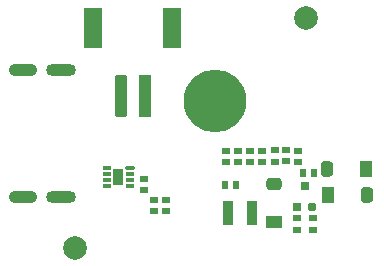
<source format=gbs>
G04*
G04 #@! TF.GenerationSoftware,Altium Limited,Altium Designer,22.10.1 (41)*
G04*
G04 Layer_Color=16711935*
%FSLAX44Y44*%
%MOMM*%
G71*
G04*
G04 #@! TF.SameCoordinates,27488822-8B8A-45CA-B0CB-A5C5B456CCF3*
G04*
G04*
G04 #@! TF.FilePolarity,Negative*
G04*
G01*
G75*
%ADD62R,0.5500X0.7000*%
%ADD63R,0.7000X0.5500*%
G04:AMPARAMS|DCode=68|XSize=1.0144mm|YSize=1.3192mm|CornerRadius=0.2786mm|HoleSize=0mm|Usage=FLASHONLY|Rotation=90.000|XOffset=0mm|YOffset=0mm|HoleType=Round|Shape=RoundedRectangle|*
%AMROUNDEDRECTD68*
21,1,1.0144,0.7620,0,0,90.0*
21,1,0.4572,1.3192,0,0,90.0*
1,1,0.5572,0.3810,0.2286*
1,1,0.5572,0.3810,-0.2286*
1,1,0.5572,-0.3810,-0.2286*
1,1,0.5572,-0.3810,0.2286*
%
%ADD68ROUNDEDRECTD68*%
%ADD69R,1.3192X1.0144*%
%ADD72R,0.7000X0.6000*%
%ADD75C,2.0000*%
G04:AMPARAMS|DCode=91|XSize=1.1mm|YSize=2.4mm|CornerRadius=0.55mm|HoleSize=0mm|Usage=FLASHONLY|Rotation=270.000|XOffset=0mm|YOffset=0mm|HoleType=Round|Shape=RoundedRectangle|*
%AMROUNDEDRECTD91*
21,1,1.1000,1.3000,0,0,270.0*
21,1,0.0000,2.4000,0,0,270.0*
1,1,1.1000,-0.6500,0.0000*
1,1,1.1000,-0.6500,0.0000*
1,1,1.1000,0.6500,0.0000*
1,1,1.1000,0.6500,0.0000*
%
%ADD91ROUNDEDRECTD91*%
G04:AMPARAMS|DCode=92|XSize=1mm|YSize=2.55mm|CornerRadius=0.5mm|HoleSize=0mm|Usage=FLASHONLY|Rotation=270.000|XOffset=0mm|YOffset=0mm|HoleType=Round|Shape=RoundedRectangle|*
%AMROUNDEDRECTD92*
21,1,1.0000,1.5500,0,0,270.0*
21,1,0.0000,2.5500,0,0,270.0*
1,1,1.0000,-0.7750,0.0000*
1,1,1.0000,-0.7750,0.0000*
1,1,1.0000,0.7750,0.0000*
1,1,1.0000,0.7750,0.0000*
%
%ADD92ROUNDEDRECTD92*%
%ADD93C,5.3000*%
%ADD117R,1.0144X1.3192*%
G04:AMPARAMS|DCode=118|XSize=1.0144mm|YSize=1.3192mm|CornerRadius=0.2786mm|HoleSize=0mm|Usage=FLASHONLY|Rotation=180.000|XOffset=0mm|YOffset=0mm|HoleType=Round|Shape=RoundedRectangle|*
%AMROUNDEDRECTD118*
21,1,1.0144,0.7620,0,0,180.0*
21,1,0.4572,1.3192,0,0,180.0*
1,1,0.5572,-0.2286,0.3810*
1,1,0.5572,0.2286,0.3810*
1,1,0.5572,0.2286,-0.3810*
1,1,0.5572,-0.2286,-0.3810*
%
%ADD118ROUNDEDRECTD118*%
%ADD119R,0.9000X2.1000*%
G04:AMPARAMS|DCode=120|XSize=0.8mm|YSize=0.4mm|CornerRadius=0.125mm|HoleSize=0mm|Usage=FLASHONLY|Rotation=180.000|XOffset=0mm|YOffset=0mm|HoleType=Round|Shape=RoundedRectangle|*
%AMROUNDEDRECTD120*
21,1,0.8000,0.1500,0,0,180.0*
21,1,0.5500,0.4000,0,0,180.0*
1,1,0.2500,-0.2750,0.0750*
1,1,0.2500,0.2750,0.0750*
1,1,0.2500,0.2750,-0.0750*
1,1,0.2500,-0.2750,-0.0750*
%
%ADD120ROUNDEDRECTD120*%
%ADD121R,0.9000X1.4800*%
%ADD122R,0.8000X0.4000*%
G04:AMPARAMS|DCode=123|XSize=1.1mm|YSize=3.6mm|CornerRadius=0.3mm|HoleSize=0mm|Usage=FLASHONLY|Rotation=0.000|XOffset=0mm|YOffset=0mm|HoleType=Round|Shape=RoundedRectangle|*
%AMROUNDEDRECTD123*
21,1,1.1000,3.0000,0,0,0.0*
21,1,0.5000,3.6000,0,0,0.0*
1,1,0.6000,0.2500,-1.5000*
1,1,0.6000,-0.2500,-1.5000*
1,1,0.6000,-0.2500,1.5000*
1,1,0.6000,0.2500,1.5000*
%
%ADD123ROUNDEDRECTD123*%
%ADD124R,1.1000X3.6000*%
%ADD125R,1.6000X3.5000*%
%ADD126R,0.6590X0.7480*%
G04:AMPARAMS|DCode=127|XSize=0.748mm|YSize=0.659mm|CornerRadius=0.1898mm|HoleSize=0mm|Usage=FLASHONLY|Rotation=90.000|XOffset=0mm|YOffset=0mm|HoleType=Round|Shape=RoundedRectangle|*
%AMROUNDEDRECTD127*
21,1,0.7480,0.2795,0,0,90.0*
21,1,0.3685,0.6590,0,0,90.0*
1,1,0.3795,0.1398,0.1843*
1,1,0.3795,0.1398,-0.1843*
1,1,0.3795,-0.1398,-0.1843*
1,1,0.3795,-0.1398,0.1843*
%
%ADD127ROUNDEDRECTD127*%
D62*
X208610Y179070D02*
D03*
X218110D02*
D03*
X284150Y189230D02*
D03*
X274650D02*
D03*
D63*
X158750Y156540D02*
D03*
Y166040D02*
D03*
X148590Y156540D02*
D03*
Y166040D02*
D03*
X270510Y207950D02*
D03*
Y198450D02*
D03*
X209550D02*
D03*
Y207950D02*
D03*
X139700Y183820D02*
D03*
Y174320D02*
D03*
X219710Y207950D02*
D03*
Y198450D02*
D03*
X240030Y207950D02*
D03*
Y198450D02*
D03*
X229870Y207950D02*
D03*
Y198450D02*
D03*
X250500Y208250D02*
D03*
Y198750D02*
D03*
X260497Y208500D02*
D03*
Y199000D02*
D03*
D68*
X250190Y180213D02*
D03*
D69*
Y147447D02*
D03*
D72*
X269500Y150615D02*
D03*
Y140615D02*
D03*
X283210Y151050D02*
D03*
Y141050D02*
D03*
D75*
X81280Y125730D02*
D03*
X276860Y320040D02*
D03*
D91*
X37750Y168500D02*
D03*
Y276500D02*
D03*
D92*
X70050Y168500D02*
D03*
Y276500D02*
D03*
D93*
X200000Y250000D02*
D03*
D117*
X296037Y170180D02*
D03*
X327942Y192250D02*
D03*
D118*
X328803Y170180D02*
D03*
X295176Y192250D02*
D03*
D119*
X230980Y154940D02*
D03*
X210980D02*
D03*
D120*
X128010Y192920D02*
D03*
D121*
X118110Y185420D02*
D03*
D122*
X128010Y187920D02*
D03*
Y182920D02*
D03*
Y177920D02*
D03*
X108210Y192920D02*
D03*
Y187920D02*
D03*
Y182920D02*
D03*
Y177920D02*
D03*
D123*
X120500Y254042D02*
D03*
D124*
X140500D02*
D03*
D125*
X97000Y311542D02*
D03*
X164000D02*
D03*
D126*
X276000Y178254D02*
D03*
X269775Y160344D02*
D03*
D127*
X282225D02*
D03*
M02*

</source>
